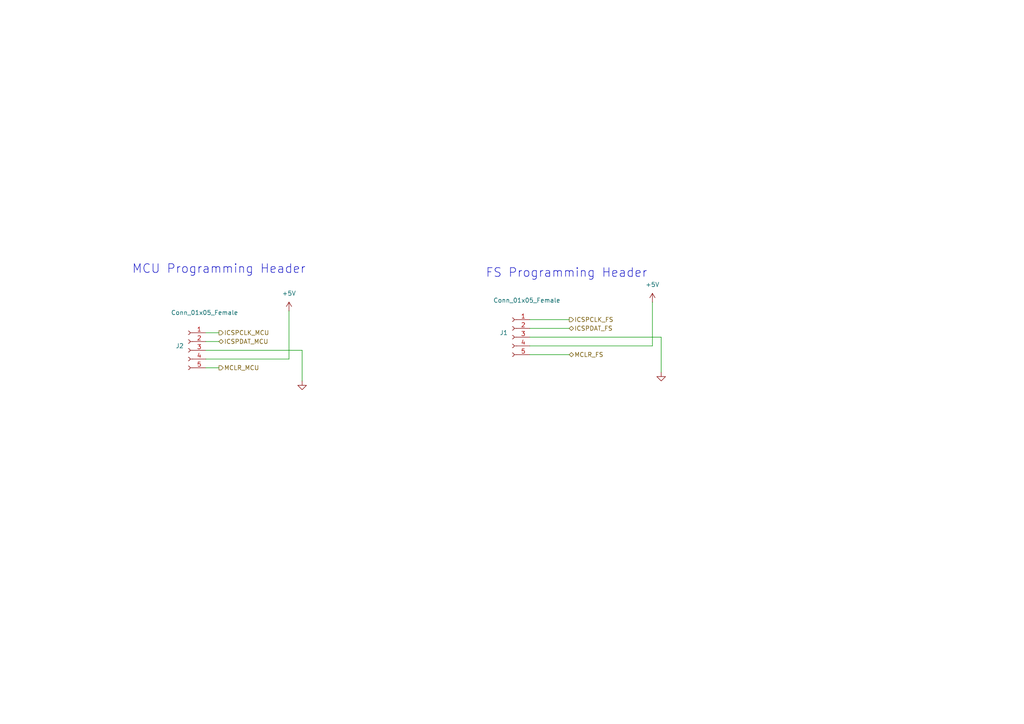
<source format=kicad_sch>
(kicad_sch (version 20231120) (generator "eeschema") (generator_version "8.0")
  (paper "A4")
  (lib_symbols
    (symbol "canhw:+5V" (power) (pin_numbers hide) (pin_names (offset 0) hide)
      (property "Value" "+5V" (at 0 3.556 0))
      (symbol "+5V_0_1"
        (polyline (pts (xy -0.762 1.27) (xy 0 2.54)))
        (polyline (pts (xy 0 0) (xy 0 2.54)))
        (polyline (pts (xy 0 2.54) (xy 0.762 1.27)))
      )
      (symbol "+5V_1_1"
        (pin power_in line (at 0 0 90) (length 0) (name "~") (number "1"))
      )
    )
    (symbol "canhw:Conn_01x05_Socket" (pin_names (offset 1.016) hide)
      (property "Reference" "J" (at 0 7.62 0))
      (property "Value" "Conn_01x05_Socket" (at 0 -7.62 0))
      (symbol "Conn_01x05_Socket_1_1"
        (arc (start 0 -4.572) (mid -0.5058 -5.08) (end 0 -5.588) (stroke (width 0.1524)))
        (arc (start 0 -2.032) (mid -0.5058 -2.54) (end 0 -3.048) (stroke (width 0.1524)))
        (polyline (pts (xy -1.27 -5.08) (xy -0.508 -5.08)) (stroke (width 0.1524)))
        (polyline (pts (xy -1.27 -2.54) (xy -0.508 -2.54)) (stroke (width 0.1524)))
        (polyline (pts (xy -1.27 0) (xy -0.508 0)) (stroke (width 0.1524)))
        (polyline (pts (xy -1.27 2.54) (xy -0.508 2.54)) (stroke (width 0.1524)))
        (polyline (pts (xy -1.27 5.08) (xy -0.508 5.08)) (stroke (width 0.1524)))
        (arc (start 0 0.508) (mid -0.5058 0) (end 0 -0.508) (stroke (width 0.1524)))
        (arc (start 0 3.048) (mid -0.5058 2.54) (end 0 2.032) (stroke (width 0.1524)))
        (arc (start 0 5.588) (mid -0.5058 5.08) (end 0 4.572) (stroke (width 0.1524)))
        (pin passive line (at -5.08 5.08 0) (length 3.81) (name "Pin_1") (number "1"))
        (pin passive line (at -5.08 2.54 0) (length 3.81) (name "Pin_2") (number "2"))
        (pin passive line (at -5.08 0 0) (length 3.81) (name "Pin_3") (number "3"))
        (pin passive line (at -5.08 -2.54 0) (length 3.81) (name "Pin_4") (number "4"))
        (pin passive line (at -5.08 -5.08 0) (length 3.81) (name "Pin_5") (number "5"))
      )
    )
    (symbol "canhw:GND" (power) (pin_numbers hide) (pin_names (offset 0) hide)
      (property "Value" "GND" (at 0 -3.81 0))
      (symbol "GND_0_1"
        (polyline (pts (xy 0 0) (xy 0 -1.27) (xy 1.27 -1.27) (xy 0 -2.54) (xy -1.27 -1.27) (xy 0 -1.27)))
      )
      (symbol "GND_1_1"
        (pin power_in line (at 0 0 270) (length 0) (name "~") (number "1"))
      )
    )
  )
  (wire (pts (xy 59.69 104.14) (xy 83.82 104.14)))
  (wire (pts (xy 87.63 101.6) (xy 87.63 110.49)))
  (wire (pts (xy 83.82 90.17) (xy 83.82 104.14)))
  (wire (pts (xy 59.69 101.6) (xy 87.63 101.6)))
  (wire (pts (xy 59.69 106.68) (xy 63.5 106.68)))
  (wire (pts (xy 189.23 87.63) (xy 189.23 100.33)))
  (wire (pts (xy 153.67 100.33) (xy 189.23 100.33)))
  (wire (pts (xy 191.77 97.79) (xy 191.77 107.95)))
  (wire (pts (xy 153.67 102.87) (xy 165.1 102.87)))
  (wire (pts (xy 59.69 99.06) (xy 63.5 99.06)))
  (wire (pts (xy 59.69 96.52) (xy 63.5 96.52)))
  (wire (pts (xy 153.67 92.71) (xy 165.1 92.71)))
  (wire (pts (xy 153.67 95.25) (xy 165.1 95.25)))
  (wire (pts (xy 153.67 97.79) (xy 191.77 97.79)))
  (text "FS Programming Header" (at 164.338 79.248 0) (effects (font (size 2.54 2.54))))
  (text "MCU Programming Header" (at 63.5 78.105 0) (effects (font (size 2.54 2.54))))
  (hierarchical_label "MCLR_FS" (shape bidirectional) (at 165.1 102.87 0))
  (hierarchical_label "ICSPCLK_MCU" (shape output) (at 63.5 96.52 0))
  (hierarchical_label "ICSPDAT_FS" (shape bidirectional) (at 165.1 95.25 0))
  (hierarchical_label "ICSPCLK_FS" (shape output) (at 165.1 92.71 0))
  (hierarchical_label "MCLR_MCU" (shape output) (at 63.5 106.68 0))
  (hierarchical_label "ICSPDAT_MCU" (shape bidirectional) (at 63.5 99.06 0))
  (symbol (lib_id "canhw:+5V") (at 83.82 90.17 0) (unit 1)
    (property "Reference" "#PWR06" (effects (hide yes)))
    (property "Value" "+5V" (at 83.82 85.09 0))
    (property "Description" "Power symbol creates a global label with name \"+5V\"" (effects (hide yes)))
  )
  (symbol (lib_id "canhw:GND") (at 87.63 110.49 0) (unit 1)
    (property "Reference" "#PWR07" (effects (hide yes)))
    (property "Value" "GND" (effects (hide yes)))
    (property "Description" "Power symbol creates a global label with name \"GND\" , ground" (effects (hide yes)))
  )
  (symbol (lib_id "canhw:Conn_01x05_Socket") (at 54.61 101.6 0) (mirror y) (unit 1)
    (property "Reference" "J2" (at 53.34 100.3299 0) (effects (justify left)))
    (property "Value" "Conn_01x05_Female" (at 69.088 90.678 0) (effects (justify left)))
    (property "Footprint" "canhw_footprints:PinSocket_5x2.54_SMD_90deg_952-3198-1-ND" (effects (hide yes)))
    (property "Description" "Generic connector, single row, 01x05, script generated" (effects (hide yes)))
  )
  (symbol (lib_id "canhw:Conn_01x05_Socket") (at 148.59 97.79 0) (mirror y) (unit 1)
    (property "Reference" "J1" (at 147.32 96.5199 0) (effects (justify left)))
    (property "Value" "Conn_01x05_Female" (at 162.56 87.122 0) (effects (justify left)))
    (property "Footprint" "canhw_footprints:PinSocket_5x2.54_SMD_90deg_952-3198-1-ND" (effects (hide yes)))
    (property "Description" "Generic connector, single row, 01x05, script generated" (effects (hide yes)))
  )
  (symbol (lib_id "canhw:+5V") (at 189.23 87.63 0) (unit 1)
    (property "Reference" "#PWR08" (effects (hide yes)))
    (property "Value" "+5V" (at 189.23 82.55 0))
    (property "Description" "Power symbol creates a global label with name \"+5V\"" (effects (hide yes)))
  )
  (symbol (lib_id "canhw:GND") (at 191.77 107.95 0) (unit 1)
    (property "Reference" "#PWR09" (effects (hide yes)))
    (property "Value" "GND" (effects (hide yes)))
    (property "Description" "Power symbol creates a global label with name \"GND\" , ground" (effects (hide yes)))
  )
)
</source>
